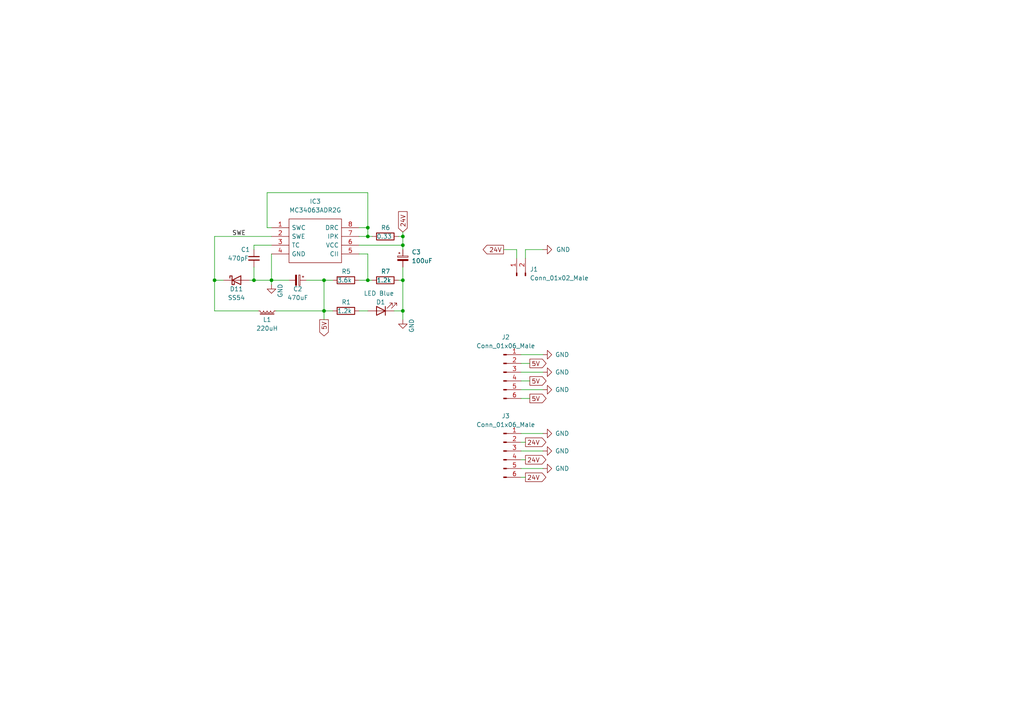
<source format=kicad_sch>
(kicad_sch (version 20211123) (generator eeschema)
  (paper "A4")
  (title_block (title "Plant Watering") (date "2022-03-16") (rev "1"))
  (lib_symbols
    (symbol "Connector:Conn_01x02_Male" (pin_names (offset 1.016) hide)
      (property "Reference" "J" (at 0 2.54 0))
      (property "Value" "Conn_01x02_Male" (at 0 -5.08 0))
      (symbol "Conn_01x02_Male_1_1"
        (polyline (pts (xy 1.27 -2.54) (xy 0.8636 -2.54)) (stroke (width 0.1524)))
        (polyline (pts (xy 1.27 0) (xy 0.8636 0)) (stroke (width 0.1524)))
        (rectangle (start 0.8636 -2.413) (end 0 -2.667) (stroke (width 0.1524)) (fill (type outline)))
        (rectangle (start 0.8636 0.127) (end 0 -0.127) (stroke (width 0.1524)) (fill (type outline)))
        (pin passive line (at 5.08 0 180) (length 3.81) (name "Pin_1") (number "1"))
        (pin passive line (at 5.08 -2.54 180) (length 3.81) (name "Pin_2") (number "2"))
      )
    )
    (symbol "Connector:Conn_01x06_Male" (pin_names (offset 1.016) hide)
      (property "Reference" "J" (at 0 7.62 0))
      (property "Value" "Conn_01x06_Male" (at 0 -10.16 0))
      (symbol "Conn_01x06_Male_1_1"
        (polyline (pts (xy 1.27 -7.62) (xy 0.8636 -7.62)) (stroke (width 0.1524)))
        (polyline (pts (xy 1.27 -5.08) (xy 0.8636 -5.08)) (stroke (width 0.1524)))
        (polyline (pts (xy 1.27 -2.54) (xy 0.8636 -2.54)) (stroke (width 0.1524)))
        (polyline (pts (xy 1.27 0) (xy 0.8636 0)) (stroke (width 0.1524)))
        (polyline (pts (xy 1.27 2.54) (xy 0.8636 2.54)) (stroke (width 0.1524)))
        (polyline (pts (xy 1.27 5.08) (xy 0.8636 5.08)) (stroke (width 0.1524)))
        (rectangle (start 0.8636 -7.493) (end 0 -7.747) (stroke (width 0.1524)) (fill (type outline)))
        (rectangle (start 0.8636 -4.953) (end 0 -5.207) (stroke (width 0.1524)) (fill (type outline)))
        (rectangle (start 0.8636 -2.413) (end 0 -2.667) (stroke (width 0.1524)) (fill (type outline)))
        (rectangle (start 0.8636 0.127) (end 0 -0.127) (stroke (width 0.1524)) (fill (type outline)))
        (rectangle (start 0.8636 2.667) (end 0 2.413) (stroke (width 0.1524)) (fill (type outline)))
        (rectangle (start 0.8636 5.207) (end 0 4.953) (stroke (width 0.1524)) (fill (type outline)))
        (pin passive line (at 5.08 5.08 180) (length 3.81) (name "Pin_1") (number "1"))
        (pin passive line (at 5.08 2.54 180) (length 3.81) (name "Pin_2") (number "2"))
        (pin passive line (at 5.08 0 180) (length 3.81) (name "Pin_3") (number "3"))
        (pin passive line (at 5.08 -2.54 180) (length 3.81) (name "Pin_4") (number "4"))
        (pin passive line (at 5.08 -5.08 180) (length 3.81) (name "Pin_5") (number "5"))
        (pin passive line (at 5.08 -7.62 180) (length 3.81) (name "Pin_6") (number "6"))
      )
    )
    (symbol "Device:C_Polarized_Small" (pin_numbers hide) (pin_names (offset 0.254) hide)
      (property "Reference" "C" (at 0.254 1.778 0))
      (property "Value" "C_Polarized_Small" (at 0.254 -2.032 0))
      (symbol "C_Polarized_Small_0_1"
        (rectangle (start -1.524 -0.3048) (end 1.524 -0.6858) (fill (type outline)))
        (rectangle (start -1.524 0.6858) (end 1.524 0.3048))
        (polyline (pts (xy -1.27 1.524) (xy -0.762 1.524)))
        (polyline (pts (xy -1.016 1.27) (xy -1.016 1.778)))
      )
      (symbol "C_Polarized_Small_1_1"
        (pin passive line (at 0 2.54 270) (length 1.8542) (name "~") (number "1"))
        (pin passive line (at 0 -2.54 90) (length 1.8542) (name "~") (number "2"))
      )
    )
    (symbol "Device:C_Small" (pin_numbers hide) (pin_names (offset 0.254) hide)
      (property "Reference" "C" (at 0.254 1.778 0))
      (property "Value" "C_Small" (at 0.254 -2.032 0))
      (symbol "C_Small_0_1"
        (polyline (pts (xy -1.524 -0.508) (xy 1.524 -0.508)) (stroke (width 0.3302)))
        (polyline (pts (xy -1.524 0.508) (xy 1.524 0.508)) (stroke (width 0.3048)))
      )
      (symbol "C_Small_1_1"
        (pin passive line (at 0 2.54 270) (length 2.032) (name "~") (number "1"))
        (pin passive line (at 0 -2.54 90) (length 2.032) (name "~") (number "2"))
      )
    )
    (symbol "Device:D_Schottky" (pin_numbers hide) (pin_names (offset 1.016) hide)
      (property "Reference" "D" (at 0 2.54 0))
      (property "Value" "D_Schottky" (at 0 -2.54 0))
      (symbol "D_Schottky_0_1"
        (polyline (pts (xy 1.27 0) (xy -1.27 0)))
        (polyline (pts (xy 1.27 1.27) (xy 1.27 -1.27) (xy -1.27 0) (xy 1.27 1.27)) (stroke (width 0.254)))
        (polyline (pts (xy -1.905 0.635) (xy -1.905 1.27) (xy -1.27 1.27) (xy -1.27 -1.27) (xy -0.635 -1.27) (xy -0.635 -0.635)) (stroke (width 0.254)))
      )
      (symbol "D_Schottky_1_1"
        (pin passive line (at -3.81 0 0) (length 2.54) (name "K") (number "1"))
        (pin passive line (at 3.81 0 180) (length 2.54) (name "A") (number "2"))
      )
    )
    (symbol "Device:LED" (pin_numbers hide) (pin_names (offset 1.016) hide)
      (property "Reference" "D" (at 0 2.54 0))
      (property "Value" "LED" (at 0 -2.54 0))
      (symbol "LED_0_1"
        (polyline (pts (xy -1.27 -1.27) (xy -1.27 1.27)) (stroke (width 0.254)))
        (polyline (pts (xy -1.27 0) (xy 1.27 0)))
        (polyline (pts (xy 1.27 -1.27) (xy 1.27 1.27) (xy -1.27 0) (xy 1.27 -1.27)) (stroke (width 0.254)))
        (polyline (pts (xy -3.048 -0.762) (xy -4.572 -2.286) (xy -3.81 -2.286) (xy -4.572 -2.286) (xy -4.572 -1.524)))
        (polyline (pts (xy -1.778 -0.762) (xy -3.302 -2.286) (xy -2.54 -2.286) (xy -3.302 -2.286) (xy -3.302 -1.524)))
      )
      (symbol "LED_1_1"
        (pin passive line (at -3.81 0 0) (length 2.54) (name "K") (number "1"))
        (pin passive line (at 3.81 0 180) (length 2.54) (name "A") (number "2"))
      )
    )
    (symbol "Device:L_Iron_Small" (pin_numbers hide) (pin_names (offset 0.254) hide)
      (property "Reference" "L" (at 1.27 1.016 0))
      (property "Value" "L_Iron_Small" (at 1.27 -1.27 0))
      (symbol "L_Iron_Small_0_1"
        (arc (start 0 -2.032) (mid 0.508 -1.524) (end 0 -1.016))
        (arc (start 0 -1.016) (mid 0.508 -0.508) (end 0 0))
        (polyline (pts (xy 0.762 2.032) (xy 0.762 -2.032)))
        (polyline (pts (xy 1.016 -2.032) (xy 1.016 2.032)))
        (arc (start 0 0) (mid 0.508 0.508) (end 0 1.016))
        (arc (start 0 1.016) (mid 0.508 1.524) (end 0 2.032))
      )
      (symbol "L_Iron_Small_1_1"
        (pin passive line (at 0 2.54 270) (length 0.508) (name "~") (number "1"))
        (pin passive line (at 0 -2.54 90) (length 0.508) (name "~") (number "2"))
      )
    )
    (symbol "Device:R" (pin_numbers hide) (pin_names (offset 0))
      (property "Reference" "R" (at 2.032 0 90))
      (property "Value" "R" (at 0 0 90))
      (symbol "R_0_1"
        (rectangle (start -1.016 -2.54) (end 1.016 2.54) (stroke (width 0.254)))
      )
      (symbol "R_1_1"
        (pin passive line (at 0 3.81 270) (length 1.27) (name "~") (number "1"))
        (pin passive line (at 0 -3.81 90) (length 1.27) (name "~") (number "2"))
      )
    )
    (symbol "SamacSys_Parts:MC34063ACD-TR" (pin_names (offset 0.762))
      (property "Reference" "IC" (at 21.59 7.62 0))
      (property "Value" "MC34063ACD-TR" (at 21.59 5.08 0))
      (symbol "MC34063ACD-TR_0_0"
        (pin passive line (at 0 0 0) (length 5.08) (name "SWC") (number "1"))
        (pin passive line (at 0 -2.54 0) (length 5.08) (name "SWE") (number "2"))
        (pin passive line (at 0 -5.08 0) (length 5.08) (name "TC") (number "3"))
        (pin passive line (at 0 -7.62 0) (length 5.08) (name "GND") (number "4"))
        (pin passive line (at 25.4 -7.62 180) (length 5.08) (name "CII") (number "5"))
        (pin passive line (at 25.4 -5.08 180) (length 5.08) (name "VCC") (number "6"))
        (pin passive line (at 25.4 -2.54 180) (length 5.08) (name "IPK") (number "7"))
        (pin passive line (at 25.4 0 180) (length 5.08) (name "DRC") (number "8"))
      )
      (symbol "MC34063ACD-TR_0_1"
        (polyline (pts (xy 5.08 2.54) (xy 20.32 2.54) (xy 20.32 -10.16) (xy 5.08 -10.16) (xy 5.08 2.54)) (stroke (width 0.1524)))
      )
    )
    (symbol "power:GND" (power) (pin_names (offset 0))
      (property "Value" "GND" (at 0 -3.81 0))
      (symbol "GND_0_1"
        (polyline (pts (xy 0 0) (xy 0 -1.27) (xy 1.27 -1.27) (xy 0 -2.54) (xy -1.27 -1.27) (xy 0 -1.27)))
      )
      (symbol "GND_1_1"
        (pin power_in line (at 0 0 270) (length 0) hide (name "GND") (number "1"))
      )
    )
  )
  (junction (at 93.98 81.28))
  (junction (at 106.68 81.28))
  (junction (at 116.84 81.28))
  (junction (at 116.84 90.17))
  (junction (at 116.84 71.12))
  (junction (at 62.23 81.28))
  (junction (at 116.84 68.58))
  (junction (at 106.68 66.04))
  (junction (at 106.68 68.58))
  (junction (at 93.98 90.17))
  (junction (at 78.74 81.28))
  (junction (at 73.66 81.28))
  (wire (pts (xy 62.23 81.28) (xy 62.23 90.17)))
  (wire (pts (xy 151.13 102.87) (xy 157.48 102.87)))
  (wire (pts (xy 104.14 66.04) (xy 106.68 66.04)))
  (wire (pts (xy 93.98 90.17) (xy 93.98 81.28)))
  (wire (pts (xy 78.74 81.28) (xy 83.82 81.28)))
  (wire (pts (xy 116.84 77.47) (xy 116.84 81.28)))
  (wire (pts (xy 104.14 71.12) (xy 116.84 71.12)))
  (wire (pts (xy 93.98 90.17) (xy 96.52 90.17)))
  (wire (pts (xy 73.66 81.28) (xy 78.74 81.28)))
  (wire (pts (xy 149.86 72.39) (xy 149.86 74.93)))
  (wire (pts (xy 151.13 125.73) (xy 157.48 125.73)))
  (wire (pts (xy 151.13 113.03) (xy 157.48 113.03)))
  (wire (pts (xy 73.66 77.47) (xy 73.66 81.28)))
  (wire (pts (xy 151.13 130.81) (xy 157.48 130.81)))
  (wire (pts (xy 73.66 71.12) (xy 73.66 72.39)))
  (wire (pts (xy 104.14 90.17) (xy 106.68 90.17)))
  (wire (pts (xy 151.13 110.49) (xy 153.67 110.49)))
  (wire (pts (xy 78.74 71.12) (xy 73.66 71.12)))
  (wire (pts (xy 107.95 81.28) (xy 106.68 81.28)))
  (wire (pts (xy 62.23 68.58) (xy 62.23 81.28)))
  (wire (pts (xy 151.13 138.43) (xy 152.4 138.43)))
  (wire (pts (xy 116.84 71.12) (xy 116.84 72.39)))
  (wire (pts (xy 80.01 90.17) (xy 93.98 90.17)))
  (wire (pts (xy 152.4 74.93) (xy 152.4 72.39)))
  (wire (pts (xy 106.68 55.88) (xy 77.47 55.88)))
  (wire (pts (xy 106.68 68.58) (xy 106.68 66.04)))
  (wire (pts (xy 151.13 135.89) (xy 157.48 135.89)))
  (wire (pts (xy 106.68 66.04) (xy 106.68 55.88)))
  (wire (pts (xy 106.68 68.58) (xy 107.95 68.58)))
  (wire (pts (xy 146.05 72.39) (xy 149.86 72.39)))
  (wire (pts (xy 115.57 81.28) (xy 116.84 81.28)))
  (wire (pts (xy 104.14 81.28) (xy 106.68 81.28)))
  (wire (pts (xy 93.98 92.71) (xy 93.98 90.17)))
  (wire (pts (xy 64.77 81.28) (xy 62.23 81.28)))
  (wire (pts (xy 151.13 105.41) (xy 153.67 105.41)))
  (wire (pts (xy 78.74 81.28) (xy 78.74 82.55)))
  (wire (pts (xy 151.13 128.27) (xy 152.4 128.27)))
  (wire (pts (xy 62.23 68.58) (xy 78.74 68.58)))
  (wire (pts (xy 106.68 73.66) (xy 106.68 81.28)))
  (wire (pts (xy 151.13 133.35) (xy 152.4 133.35)))
  (wire (pts (xy 62.23 90.17) (xy 74.93 90.17)))
  (wire (pts (xy 116.84 68.58) (xy 115.57 68.58)))
  (wire (pts (xy 116.84 67.31) (xy 116.84 68.58)))
  (wire (pts (xy 151.13 107.95) (xy 157.48 107.95)))
  (wire (pts (xy 104.14 73.66) (xy 106.68 73.66)))
  (wire (pts (xy 114.3 90.17) (xy 116.84 90.17)))
  (wire (pts (xy 72.39 81.28) (xy 73.66 81.28)))
  (wire (pts (xy 116.84 71.12) (xy 116.84 68.58)))
  (wire (pts (xy 151.13 115.57) (xy 153.67 115.57)))
  (wire (pts (xy 116.84 90.17) (xy 116.84 92.71)))
  (wire (pts (xy 116.84 81.28) (xy 116.84 90.17)))
  (wire (pts (xy 152.4 72.39) (xy 157.48 72.39)))
  (wire (pts (xy 88.9 81.28) (xy 93.98 81.28)))
  (wire (pts (xy 77.47 55.88) (xy 77.47 66.04)))
  (wire (pts (xy 93.98 81.28) (xy 96.52 81.28)))
  (wire (pts (xy 78.74 73.66) (xy 78.74 81.28)))
  (wire (pts (xy 104.14 68.58) (xy 106.68 68.58)))
  (wire (pts (xy 77.47 66.04) (xy 78.74 66.04)))
  (label "SWE" (at 67.31 68.58 0))
  (global_label "24V" (shape output) (at 152.4 138.43 0) (property "Intersheet References" "${INTERSHEET_REFS}" (effects hide)))
  (global_label "5V" (shape output) (at 93.98 92.71 270) (property "Intersheet References" "${INTERSHEET_REFS}" (effects hide)))
  (global_label "5V" (shape output) (at 153.67 115.57 0) (property "Intersheet References" "${INTERSHEET_REFS}" (effects hide)))
  (global_label "5V" (shape output) (at 153.67 105.41 0) (property "Intersheet References" "${INTERSHEET_REFS}" (effects hide)))
  (global_label "24V" (shape output) (at 152.4 133.35 0) (property "Intersheet References" "${INTERSHEET_REFS}" (effects hide)))
  (global_label "5V" (shape output) (at 153.67 110.49 0) (property "Intersheet References" "${INTERSHEET_REFS}" (effects hide)))
  (global_label "24V" (shape output) (at 146.05 72.39 180) (property "Intersheet References" "${INTERSHEET_REFS}" (effects hide)))
  (global_label "24V" (shape input) (at 116.84 67.31 90) (property "Intersheet References" "${INTERSHEET_REFS}" (effects hide)))
  (global_label "24V" (shape output) (at 152.4 128.27 0) (property "Intersheet References" "${INTERSHEET_REFS}" (effects hide)))
  (symbol (lib_id "power:GND") (at 78.74 82.55 0) (unit 1)
    (property "Reference" "#PWR022" (effects hide))
    (property "Value" "GND" (at 81.28 86.36 90) (effects (justify left)))
  )
  (symbol (lib_id "Device:LED") (at 110.49 90.17 180) (unit 1)
    (property "Reference" "D1" (at 111.76 87.63 0) (effects (justify left)))
    (property "Value" "LED Blue" (at 114.3 85.09 0) (effects (justify left)))
    (property "Footprint" "LED_SMD:LED_0603_1608Metric" (effects hide))
    (property "LCSC" "C72041" (effects hide))
  )
  (symbol (lib_id "Device:D_Schottky") (at 68.58 81.28 0) (unit 1)
    (property "Reference" "D11" (at 68.58 83.82 0))
    (property "Value" "SS54" (at 68.58 86.36 0))
    (property "Footprint" "Diode_SMD:D_SMA" (effects hide))
    (property "LCSC" "C22452" (effects hide))
  )
  (symbol (lib_id "power:GND") (at 157.48 102.87 90) (unit 1)
    (property "Reference" "#PWR01" (effects hide))
    (property "Value" "GND" (at 165.1 102.87 90) (effects (justify left)))
  )
  (symbol (lib_id "Device:L_Iron_Small") (at 77.47 90.17 270) (unit 1)
    (property "Reference" "L1" (at 77.47 92.71 90))
    (property "Value" "220uH" (at 77.47 95.25 90))
    (property "Footprint" "Inductor_SMD:L_1210_3225Metric" (effects hide))
    (property "LCSC" "C394104" (effects hide))
  )
  (symbol (lib_id "power:GND") (at 157.48 135.89 90) (unit 1)
    (property "Reference" "#PWR06" (effects hide))
    (property "Value" "GND" (at 165.1 135.89 90) (effects (justify left)))
  )
  (symbol (lib_id "Connector:Conn_01x06_Male") (at 146.05 107.95 0) (unit 1)
    (property "Reference" "J2" (at 146.685 97.79 0))
    (property "Value" "Conn_01x06_Male" (at 146.685 100.33 0))
    (property "Footprint" "Connector_PinHeader_2.54mm:PinHeader_2x03_P2.54mm_Vertical" (effects hide))
  )
  (symbol (lib_id "Device:C_Polarized_Small") (at 86.36 81.28 270) (unit 1)
    (property "Reference" "C2" (at 86.36 83.82 90))
    (property "Value" "470uF" (at 86.36 86.36 90))
    (property "Footprint" "Capacitor_SMD:CP_Elec_10x10.5" (effects hide))
    (property "LCSC" "C129479" (effects hide))
  )
  (symbol (lib_id "Connector:Conn_01x02_Male") (at 149.86 80.01 90) (unit 1)
    (property "Reference" "J1" (at 153.67 78.1049 90) (effects (justify right)))
    (property "Value" "Conn_01x02_Male" (at 153.67 80.6449 90) (effects (justify right)))
    (property "Footprint" "Connector_PinHeader_2.54mm:PinHeader_1x02_P2.54mm_Vertical" (effects hide))
  )
  (symbol (lib_id "SamacSys_Parts:MC34063ACD-TR") (at 78.74 66.04 0) (unit 1)
    (property "Reference" "IC3" (at 91.44 58.42 0))
    (property "Value" "MC34063ADR2G" (at 91.44 60.96 0))
    (property "Footprint" "SamacSys_Parts:SOIC127P600X175-8N" (effects hide))
    (property "Description" "MC34063ADR2G" (effects hide))
    (property "Height" "1.75" (effects hide))
    (property "LCSC" "C32078" (effects hide))
  )
  (symbol (lib_id "Device:C_Small") (at 73.66 74.93 0) (unit 1)
    (property "Reference" "C1" (at 69.85 72.39 0) (effects (justify left)))
    (property "Value" "470pF" (at 66.04 74.93 0) (effects (justify left)))
    (property "Footprint" "Capacitor_SMD:C_0805_2012Metric" (effects hide))
    (property "LCSC" "C1743" (effects hide))
  )
  (symbol (lib_id "Device:C_Polarized_Small") (at 116.84 74.93 0) (unit 1)
    (property "Reference" "C3" (at 119.38 73.1138 0) (effects (justify left)))
    (property "Value" "100uF" (at 119.38 75.6538 0) (effects (justify left)))
    (property "Footprint" "Capacitor_SMD:CP_Elec_6.3x7.7" (effects hide))
    (property "LCSC" "C3001220" (effects hide))
  )
  (symbol (lib_id "Device:R") (at 100.33 90.17 270) (unit 1)
    (property "Reference" "R1" (at 99.06 87.63 90) (effects (justify left)))
    (property "Value" "1.2k" (at 97.79 90.17 90) (effects (justify left)))
    (property "Footprint" "Resistor_SMD:R_0805_2012Metric" (effects hide))
    (property "LCSC" "C17379" (effects hide))
  )
  (symbol (lib_id "Device:R") (at 111.76 81.28 270) (unit 1)
    (property "Reference" "R7" (at 110.49 78.74 90) (effects (justify left)))
    (property "Value" "1.2k" (at 109.22 81.28 90) (effects (justify left)))
    (property "Footprint" "Resistor_SMD:R_0805_2012Metric" (effects hide))
    (property "LCSC" "C17379" (effects hide))
  )
  (symbol (lib_id "power:GND") (at 157.48 72.39 90) (unit 1)
    (property "Reference" "#PWR0103" (effects hide))
    (property "Value" "GND" (at 161.29 72.3899 90) (effects (justify right)))
  )
  (symbol (lib_id "power:GND") (at 157.48 125.73 90) (unit 1)
    (property "Reference" "#PWR04" (effects hide))
    (property "Value" "GND" (at 165.1 125.73 90) (effects (justify left)))
  )
  (symbol (lib_id "power:GND") (at 157.48 130.81 90) (unit 1)
    (property "Reference" "#PWR05" (effects hide))
    (property "Value" "GND" (at 165.1 130.81 90) (effects (justify left)))
  )
  (symbol (lib_id "Device:R") (at 111.76 68.58 270) (unit 1)
    (property "Reference" "R6" (at 110.49 66.04 90) (effects (justify left)))
    (property "Value" "0.33" (at 109.22 68.58 90) (effects (justify left)))
    (property "Footprint" "Resistor_SMD:R_0805_2012Metric" (effects hide))
    (property "LCSC" "C491232" (effects hide))
  )
  (symbol (lib_id "Connector:Conn_01x06_Male") (at 146.05 130.81 0) (unit 1)
    (property "Reference" "J3" (at 146.685 120.65 0))
    (property "Value" "Conn_01x06_Male" (at 146.685 123.19 0))
    (property "Footprint" "Connector_PinHeader_2.54mm:PinHeader_2x03_P2.54mm_Vertical" (effects hide))
  )
  (symbol (lib_id "power:GND") (at 157.48 107.95 90) (unit 1)
    (property "Reference" "#PWR02" (effects hide))
    (property "Value" "GND" (at 165.1 107.95 90) (effects (justify left)))
  )
  (symbol (lib_id "power:GND") (at 116.84 92.71 0) (unit 1)
    (property "Reference" "#PWR023" (effects hide))
    (property "Value" "GND" (at 119.38 96.52 90) (effects (justify left)))
  )
  (symbol (lib_id "power:GND") (at 157.48 113.03 90) (unit 1)
    (property "Reference" "#PWR03" (effects hide))
    (property "Value" "GND" (at 165.1 113.03 90) (effects (justify left)))
  )
  (symbol (lib_id "Device:R") (at 100.33 81.28 270) (unit 1)
    (property "Reference" "R5" (at 99.06 78.74 90) (effects (justify left)))
    (property "Value" "3.6k" (at 97.79 81.28 90) (effects (justify left)))
    (property "Footprint" "Resistor_SMD:R_0805_2012Metric" (effects hide))
    (property "LCSC" "C18359" (effects hide))
  )
)
</source>
